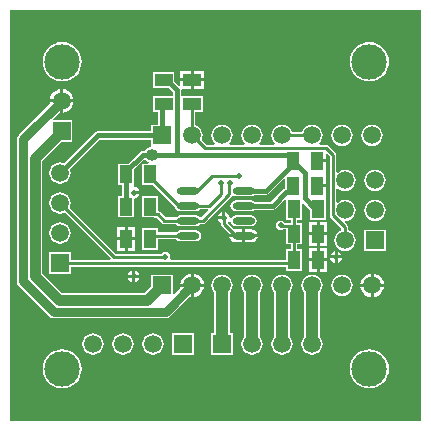
<source format=gbl>
G04*
G04 #@! TF.GenerationSoftware,Altium Limited,Altium Designer,19.1.8 (144)*
G04*
G04 Layer_Physical_Order=2*
G04 Layer_Color=8732672*
%FSLAX25Y25*%
%MOIN*%
G70*
G01*
G75*
%ADD15C,0.01000*%
%ADD21R,0.04000X0.06000*%
%ADD22R,0.06000X0.04000*%
%ADD36C,0.03000*%
%ADD37C,0.01500*%
%ADD39R,0.05906X0.05906*%
%ADD40C,0.05906*%
%ADD41R,0.05906X0.05906*%
%ADD42C,0.01968*%
%ADD43C,0.04000*%
%ADD44C,0.11811*%
%ADD45O,0.07480X0.02362*%
%ADD46C,0.03500*%
%ADD47C,0.04000*%
G36*
X137402Y394D02*
X394D01*
Y137402D01*
X137402D01*
Y394D01*
D02*
G37*
%LPC*%
G36*
X65000Y117000D02*
X61500D01*
Y114500D01*
X65000D01*
Y117000D01*
D02*
G37*
G36*
X60500D02*
X57000D01*
Y114500D01*
X60500D01*
Y117000D01*
D02*
G37*
G36*
X120079Y126616D02*
X118803Y126490D01*
X117577Y126118D01*
X116447Y125514D01*
X115456Y124701D01*
X114643Y123711D01*
X114039Y122580D01*
X113667Y121354D01*
X113542Y120079D01*
X113667Y118803D01*
X114039Y117577D01*
X114643Y116447D01*
X115456Y115456D01*
X116447Y114643D01*
X117577Y114039D01*
X118803Y113667D01*
X120079Y113542D01*
X121354Y113667D01*
X122580Y114039D01*
X123711Y114643D01*
X124701Y115456D01*
X125514Y116447D01*
X126118Y117577D01*
X126490Y118803D01*
X126616Y120079D01*
X126490Y121354D01*
X126118Y122580D01*
X125514Y123711D01*
X124701Y124701D01*
X123711Y125514D01*
X122580Y126118D01*
X121354Y126490D01*
X120079Y126616D01*
D02*
G37*
G36*
X17717D02*
X16441Y126490D01*
X15215Y126118D01*
X14085Y125514D01*
X13094Y124701D01*
X12281Y123711D01*
X11677Y122580D01*
X11305Y121354D01*
X11180Y120079D01*
X11305Y118803D01*
X11677Y117577D01*
X12281Y116447D01*
X13094Y115456D01*
X14085Y114643D01*
X15215Y114039D01*
X16441Y113667D01*
X17717Y113542D01*
X18992Y113667D01*
X20218Y114039D01*
X21348Y114643D01*
X22339Y115456D01*
X23152Y116447D01*
X23756Y117577D01*
X24128Y118803D01*
X24253Y120079D01*
X24128Y121354D01*
X23756Y122580D01*
X23152Y123711D01*
X22339Y124701D01*
X21348Y125514D01*
X20218Y126118D01*
X18992Y126490D01*
X17717Y126616D01*
D02*
G37*
G36*
X65000Y113500D02*
X61500D01*
Y111000D01*
X65000D01*
Y113500D01*
D02*
G37*
G36*
X18000Y110921D02*
Y107500D01*
X21421D01*
X21351Y108032D01*
X20953Y108993D01*
X20319Y109819D01*
X19493Y110453D01*
X18532Y110851D01*
X18000Y110921D01*
D02*
G37*
G36*
X17000D02*
X16468Y110851D01*
X15507Y110453D01*
X14681Y109819D01*
X14047Y108993D01*
X13649Y108032D01*
X13579Y107500D01*
X17000D01*
Y110921D01*
D02*
G37*
G36*
X21421Y106500D02*
X18000D01*
Y103079D01*
X18532Y103149D01*
X19493Y103547D01*
X20319Y104181D01*
X20953Y105007D01*
X21351Y105968D01*
X21421Y106500D01*
D02*
G37*
G36*
X17000D02*
X13579D01*
X13625Y106153D01*
X3136Y95664D01*
X2672Y94969D01*
X2509Y94150D01*
Y46905D01*
X2672Y46086D01*
X3136Y45391D01*
X13391Y35136D01*
X14086Y34672D01*
X14905Y34509D01*
X52150D01*
X52969Y34672D01*
X53664Y35136D01*
X60153Y41625D01*
X60500Y41579D01*
Y45000D01*
X57079D01*
X57125Y44653D01*
X55015Y42543D01*
X54553Y42734D01*
Y49053D01*
X47447D01*
Y45336D01*
X45008Y42896D01*
X17492D01*
X10896Y49492D01*
Y87007D01*
X17336Y93447D01*
X21053D01*
Y100553D01*
X14734D01*
X14543Y101015D01*
X16653Y103125D01*
X17000Y103079D01*
Y106500D01*
D02*
G37*
G36*
X121000Y99083D02*
X120073Y98961D01*
X119208Y98603D01*
X118466Y98034D01*
X117897Y97292D01*
X117539Y96427D01*
X117417Y95500D01*
X117539Y94573D01*
X117897Y93708D01*
X118466Y92966D01*
X119208Y92397D01*
X120073Y92039D01*
X121000Y91917D01*
X121927Y92039D01*
X122792Y92397D01*
X123534Y92966D01*
X124103Y93708D01*
X124461Y94573D01*
X124583Y95500D01*
X124461Y96427D01*
X124103Y97292D01*
X123534Y98034D01*
X122792Y98603D01*
X121927Y98961D01*
X121000Y99083D01*
D02*
G37*
G36*
X111000D02*
X110073Y98961D01*
X109208Y98603D01*
X108466Y98034D01*
X107897Y97292D01*
X107539Y96427D01*
X107417Y95500D01*
X107539Y94573D01*
X107897Y93708D01*
X108466Y92966D01*
X109208Y92397D01*
X110073Y92039D01*
X111000Y91917D01*
X111927Y92039D01*
X112792Y92397D01*
X113534Y92966D01*
X114103Y93708D01*
X114461Y94573D01*
X114583Y95500D01*
X114461Y96427D01*
X114103Y97292D01*
X113534Y98034D01*
X112792Y98603D01*
X111927Y98961D01*
X111000Y99083D01*
D02*
G37*
G36*
X122000Y84083D02*
X121073Y83961D01*
X120208Y83603D01*
X119466Y83034D01*
X118897Y82292D01*
X118539Y81427D01*
X118417Y80500D01*
X118539Y79573D01*
X118897Y78708D01*
X119466Y77966D01*
X120208Y77397D01*
X121073Y77039D01*
X122000Y76917D01*
X122927Y77039D01*
X123792Y77397D01*
X124534Y77966D01*
X125103Y78708D01*
X125461Y79573D01*
X125583Y80500D01*
X125461Y81427D01*
X125103Y82292D01*
X124534Y83034D01*
X123792Y83603D01*
X122927Y83961D01*
X122000Y84083D01*
D02*
G37*
G36*
X55100Y116600D02*
X47900D01*
Y111400D01*
X53153D01*
X54474Y110080D01*
Y108600D01*
X47900D01*
Y103400D01*
X49624D01*
Y99053D01*
X47447D01*
Y96876D01*
X29500D01*
X28973Y96772D01*
X28527Y96473D01*
X18343Y86289D01*
X17927Y86461D01*
X17000Y86583D01*
X16073Y86461D01*
X15208Y86103D01*
X14466Y85534D01*
X13897Y84792D01*
X13539Y83927D01*
X13417Y83000D01*
X13539Y82073D01*
X13897Y81208D01*
X14466Y80466D01*
X15208Y79897D01*
X16073Y79539D01*
X17000Y79417D01*
X17927Y79539D01*
X18792Y79897D01*
X19534Y80466D01*
X20103Y81208D01*
X20461Y82073D01*
X20583Y83000D01*
X20461Y83927D01*
X20289Y84343D01*
X30070Y94124D01*
X47447D01*
Y91947D01*
X47139Y91575D01*
X46821Y91533D01*
X46189Y91271D01*
X45646Y90854D01*
X45279Y90376D01*
X44500D01*
X43973Y90272D01*
X43527Y89973D01*
X43527Y89973D01*
X39653Y86100D01*
X36400D01*
Y78900D01*
X37624D01*
Y75350D01*
X36400D01*
Y68150D01*
X41600D01*
Y74413D01*
X42274Y74547D01*
X42931Y74985D01*
X43369Y75642D01*
X43424Y75916D01*
X41500D01*
Y76916D01*
X43424D01*
X43369Y77190D01*
X42931Y77846D01*
X42274Y78285D01*
X41782Y78383D01*
X41631Y78413D01*
X41600Y78900D01*
X41600D01*
X41600Y79227D01*
Y84153D01*
X44858Y87411D01*
X45468Y87377D01*
X45646Y87146D01*
X46189Y86729D01*
X46500Y86600D01*
X46400Y86100D01*
X44400D01*
Y78900D01*
X48014D01*
X55371Y71542D01*
X55371Y71542D01*
X55377Y71539D01*
X55409Y71380D01*
X55803Y70791D01*
X56392Y70397D01*
X57087Y70259D01*
X62205D01*
X62900Y70397D01*
X63489Y70791D01*
X63597Y70953D01*
X66167D01*
X66374Y70453D01*
X64118Y68196D01*
X63597D01*
X63489Y68359D01*
X62900Y68753D01*
X62205Y68891D01*
X57087D01*
X56392Y68753D01*
X55803Y68359D01*
X55694Y68196D01*
X52140D01*
X50293Y70043D01*
X49929Y70286D01*
X49600Y70352D01*
Y75350D01*
X44400D01*
Y68150D01*
X48392D01*
X48500Y68128D01*
X48500Y68128D01*
X49035D01*
X50882Y66282D01*
X50882Y66282D01*
X51246Y66039D01*
X51675Y65953D01*
X51675Y65953D01*
X55694D01*
X55803Y65791D01*
X56392Y65397D01*
X57087Y65259D01*
X62205D01*
X62900Y65397D01*
X63489Y65791D01*
X63597Y65953D01*
X64582D01*
X64582Y65953D01*
X65011Y66039D01*
X65375Y66282D01*
X74102Y75009D01*
X74102Y75009D01*
X74249Y75228D01*
X74830Y75441D01*
X74896Y75397D01*
X75591Y75259D01*
X80709D01*
X81404Y75397D01*
X81855Y75698D01*
X85575D01*
X86102Y75803D01*
X86548Y76101D01*
X91438Y80992D01*
X91900Y80800D01*
Y77807D01*
X91723Y77772D01*
X91277Y77473D01*
X87255Y73451D01*
X81855D01*
X81404Y73753D01*
X80709Y73891D01*
X75591D01*
X74896Y73753D01*
X74306Y73359D01*
X73913Y72770D01*
X73775Y72075D01*
X73913Y71380D01*
X74306Y70791D01*
X74896Y70397D01*
X75591Y70259D01*
X80709D01*
X81404Y70397D01*
X81855Y70698D01*
X87825D01*
X88352Y70803D01*
X88798Y71101D01*
X91900Y74203D01*
X92400Y73996D01*
Y67400D01*
X93878D01*
Y66725D01*
X93500Y66372D01*
X93500Y66372D01*
X92761D01*
X92435Y66436D01*
X92435Y66436D01*
X91780D01*
X91642Y66642D01*
X91118Y66992D01*
X90500Y67115D01*
X89882Y66992D01*
X89358Y66642D01*
X89008Y66118D01*
X88885Y65500D01*
X89008Y64882D01*
X89358Y64358D01*
X89882Y64008D01*
X90500Y63885D01*
X91118Y64008D01*
X91396Y64193D01*
X92175D01*
X92400Y64148D01*
Y59150D01*
X93878D01*
Y57600D01*
X92400D01*
Y54037D01*
X53818D01*
X53523Y54537D01*
X53615Y55000D01*
X53492Y55618D01*
X53142Y56142D01*
X52618Y56492D01*
X52000Y56615D01*
X51382Y56492D01*
X50858Y56142D01*
X50844Y56122D01*
X35465D01*
X20184Y71402D01*
X20461Y72073D01*
X20583Y73000D01*
X20461Y73927D01*
X20103Y74792D01*
X19534Y75534D01*
X18792Y76103D01*
X17927Y76461D01*
X17000Y76583D01*
X16073Y76461D01*
X15208Y76103D01*
X14466Y75534D01*
X13897Y74792D01*
X13539Y73927D01*
X13417Y73000D01*
X13539Y72073D01*
X13897Y71208D01*
X14466Y70466D01*
X15208Y69897D01*
X16073Y69539D01*
X17000Y69417D01*
X17927Y69539D01*
X18598Y69816D01*
X33877Y54537D01*
X33669Y54037D01*
X20553D01*
Y56553D01*
X13447D01*
Y49447D01*
X20553D01*
Y51794D01*
X92400D01*
Y50400D01*
X97600D01*
Y57600D01*
X96122D01*
Y59150D01*
X97600D01*
Y66350D01*
X96122D01*
Y67400D01*
X97600D01*
Y72800D01*
X98062Y72992D01*
X100400Y70653D01*
Y67400D01*
X105600D01*
Y74600D01*
X105600D01*
X105500Y74750D01*
Y78250D01*
X102500D01*
Y79250D01*
X105500D01*
Y82750D01*
X105500D01*
Y83000D01*
X105500D01*
Y86500D01*
X102500D01*
Y87500D01*
X105500D01*
Y89261D01*
X105962Y89452D01*
X106826Y88588D01*
Y68821D01*
X106826Y68821D01*
X106911Y68392D01*
X107154Y68028D01*
X110694Y64488D01*
Y63805D01*
X110208Y63603D01*
X109466Y63034D01*
X108897Y62292D01*
X108539Y61427D01*
X108417Y60500D01*
X108539Y59573D01*
X108897Y58708D01*
X109466Y57966D01*
X110208Y57397D01*
X111073Y57039D01*
X112000Y56917D01*
X112927Y57039D01*
X113792Y57397D01*
X114534Y57966D01*
X115103Y58708D01*
X115461Y59573D01*
X115583Y60500D01*
X115461Y61427D01*
X115103Y62292D01*
X114534Y63034D01*
X113792Y63603D01*
X112937Y63957D01*
Y64953D01*
X112852Y65382D01*
X112609Y65746D01*
X112609Y65746D01*
X111886Y66469D01*
X112128Y66934D01*
X112927Y67039D01*
X113792Y67397D01*
X114534Y67966D01*
X115103Y68708D01*
X115461Y69573D01*
X115583Y70500D01*
X115461Y71427D01*
X115103Y72292D01*
X114534Y73034D01*
X113792Y73603D01*
X112927Y73961D01*
X112000Y74083D01*
X111073Y73961D01*
X110208Y73603D01*
X109569Y73113D01*
X109069Y73269D01*
Y77731D01*
X109569Y77887D01*
X110208Y77397D01*
X111073Y77039D01*
X112000Y76917D01*
X112927Y77039D01*
X113792Y77397D01*
X114534Y77966D01*
X115103Y78708D01*
X115461Y79573D01*
X115583Y80500D01*
X115461Y81427D01*
X115103Y82292D01*
X114534Y83034D01*
X113792Y83603D01*
X112927Y83961D01*
X112000Y84083D01*
X111073Y83961D01*
X110208Y83603D01*
X109569Y83113D01*
X109069Y83270D01*
Y89053D01*
X108983Y89482D01*
X108740Y89846D01*
X108740Y89846D01*
X106543Y92043D01*
X106179Y92286D01*
X105750Y92372D01*
X105750Y92371D01*
X103580D01*
X103411Y92871D01*
X103534Y92966D01*
X104103Y93708D01*
X104461Y94573D01*
X104583Y95500D01*
X104461Y96427D01*
X104103Y97292D01*
X103534Y98034D01*
X102792Y98603D01*
X101927Y98961D01*
X101000Y99083D01*
X100073Y98961D01*
X99208Y98603D01*
X98466Y98034D01*
X97897Y97292D01*
X97619Y96622D01*
X94381D01*
X94103Y97292D01*
X93534Y98034D01*
X92792Y98603D01*
X91927Y98961D01*
X91000Y99083D01*
X90073Y98961D01*
X89208Y98603D01*
X88466Y98034D01*
X87897Y97292D01*
X87539Y96427D01*
X87417Y95500D01*
X87539Y94573D01*
X87897Y93708D01*
X88466Y92966D01*
X88589Y92871D01*
X88420Y92371D01*
X83580D01*
X83411Y92871D01*
X83534Y92966D01*
X84103Y93708D01*
X84461Y94573D01*
X84583Y95500D01*
X84461Y96427D01*
X84103Y97292D01*
X83534Y98034D01*
X82792Y98603D01*
X81927Y98961D01*
X81000Y99083D01*
X80073Y98961D01*
X79208Y98603D01*
X78466Y98034D01*
X77897Y97292D01*
X77539Y96427D01*
X77417Y95500D01*
X77539Y94573D01*
X77897Y93708D01*
X78466Y92966D01*
X78589Y92871D01*
X78420Y92371D01*
X73580D01*
X73411Y92871D01*
X73534Y92966D01*
X74103Y93708D01*
X74461Y94573D01*
X74583Y95500D01*
X74461Y96427D01*
X74103Y97292D01*
X73534Y98034D01*
X72792Y98603D01*
X71927Y98961D01*
X71000Y99083D01*
X70073Y98961D01*
X69208Y98603D01*
X68466Y98034D01*
X67897Y97292D01*
X67539Y96427D01*
X67417Y95500D01*
X67539Y94573D01*
X67897Y93708D01*
X68466Y92966D01*
X68589Y92871D01*
X68420Y92371D01*
X65715D01*
X64184Y93902D01*
X64461Y94573D01*
X64583Y95500D01*
X64461Y96427D01*
X64103Y97292D01*
X63534Y98034D01*
X62792Y98603D01*
X62122Y98881D01*
Y103400D01*
X64600D01*
Y108600D01*
X57400D01*
X57226Y109028D01*
Y110650D01*
X57227Y110650D01*
X57514Y111000D01*
X60500D01*
Y113500D01*
X57000D01*
Y112154D01*
X56500Y111947D01*
X55100Y113347D01*
Y116600D01*
D02*
G37*
G36*
X71000Y69924D02*
X70726Y69869D01*
X70069Y69431D01*
X69631Y68774D01*
X69576Y68500D01*
X71000D01*
Y69924D01*
D02*
G37*
G36*
X122000Y74083D02*
X121073Y73961D01*
X120208Y73603D01*
X119466Y73034D01*
X118897Y72292D01*
X118539Y71427D01*
X118417Y70500D01*
X118539Y69573D01*
X118897Y68708D01*
X119466Y67966D01*
X120208Y67397D01*
X121073Y67039D01*
X122000Y66917D01*
X122927Y67039D01*
X123792Y67397D01*
X124534Y67966D01*
X125103Y68708D01*
X125461Y69573D01*
X125583Y70500D01*
X125461Y71427D01*
X125103Y72292D01*
X124534Y73034D01*
X123792Y73603D01*
X122927Y73961D01*
X122000Y74083D01*
D02*
G37*
G36*
X72000Y69924D02*
Y68000D01*
X71500D01*
Y67500D01*
X69576D01*
X69631Y67226D01*
X70069Y66569D01*
X70468Y66303D01*
Y66076D01*
X70468Y66076D01*
X70553Y65647D01*
X70797Y65283D01*
X73473Y62607D01*
X73466Y62575D01*
X77650D01*
Y64299D01*
X75591D01*
X75059Y64193D01*
X72908Y66343D01*
X72931Y66569D01*
X73295Y67116D01*
X73458Y67102D01*
X73792Y66986D01*
X73913Y66380D01*
X74306Y65791D01*
X74896Y65397D01*
X75591Y65259D01*
X80709D01*
X81404Y65397D01*
X81993Y65791D01*
X82386Y66380D01*
X82525Y67075D01*
X82386Y67770D01*
X81993Y68359D01*
X81404Y68753D01*
X80709Y68891D01*
X75591D01*
X74896Y68753D01*
X74306Y68359D01*
X74011Y67916D01*
X73713Y67967D01*
X73510Y68067D01*
X73369Y68774D01*
X72931Y69431D01*
X72274Y69869D01*
X72000Y69924D01*
D02*
G37*
G36*
X106000Y66750D02*
X103500D01*
Y63250D01*
X106000D01*
Y66750D01*
D02*
G37*
G36*
X102500D02*
X100000D01*
Y63250D01*
X102500D01*
Y66750D01*
D02*
G37*
G36*
X80709Y64299D02*
X78650D01*
Y62575D01*
X82833D01*
X82763Y62926D01*
X82281Y63647D01*
X81560Y64129D01*
X80709Y64299D01*
D02*
G37*
G36*
X42000Y65000D02*
X39500D01*
Y61500D01*
X42000D01*
Y65000D01*
D02*
G37*
G36*
X38500D02*
X36000D01*
Y61500D01*
X38500D01*
Y65000D01*
D02*
G37*
G36*
X49600Y64600D02*
X44400D01*
Y57400D01*
X49600D01*
Y60953D01*
X55694D01*
X55803Y60791D01*
X56392Y60397D01*
X57087Y60259D01*
X62205D01*
X62900Y60397D01*
X63489Y60791D01*
X63882Y61380D01*
X64021Y62075D01*
X63882Y62770D01*
X63489Y63359D01*
X62900Y63753D01*
X62205Y63891D01*
X57087D01*
X56392Y63753D01*
X55803Y63359D01*
X55694Y63196D01*
X49600D01*
Y64600D01*
D02*
G37*
G36*
X82833Y61575D02*
X78650D01*
Y59851D01*
X80709D01*
X81560Y60020D01*
X82281Y60502D01*
X82763Y61224D01*
X82833Y61575D01*
D02*
G37*
G36*
X77650D02*
X73466D01*
X73536Y61224D01*
X74018Y60502D01*
X74740Y60020D01*
X75591Y59851D01*
X77650D01*
Y61575D01*
D02*
G37*
G36*
X17000Y66583D02*
X16073Y66461D01*
X15208Y66103D01*
X14466Y65534D01*
X13897Y64792D01*
X13539Y63927D01*
X13417Y63000D01*
X13539Y62073D01*
X13897Y61208D01*
X14466Y60466D01*
X15208Y59897D01*
X16073Y59539D01*
X17000Y59417D01*
X17927Y59539D01*
X18792Y59897D01*
X19534Y60466D01*
X20103Y61208D01*
X20461Y62073D01*
X20583Y63000D01*
X20461Y63927D01*
X20103Y64792D01*
X19534Y65534D01*
X18792Y66103D01*
X17927Y66461D01*
X17000Y66583D01*
D02*
G37*
G36*
X106000Y62250D02*
X103500D01*
Y58750D01*
X106000D01*
Y62250D01*
D02*
G37*
G36*
X102500D02*
X100000D01*
Y58750D01*
X102500D01*
Y62250D01*
D02*
G37*
G36*
X42000Y60500D02*
X39500D01*
Y57000D01*
X42000D01*
Y60500D01*
D02*
G37*
G36*
X38500D02*
X36000D01*
Y57000D01*
X38500D01*
Y60500D01*
D02*
G37*
G36*
X125553Y64053D02*
X118447D01*
Y56947D01*
X125553D01*
Y64053D01*
D02*
G37*
G36*
X109500Y56924D02*
Y55500D01*
X110924D01*
X110869Y55774D01*
X110431Y56431D01*
X109774Y56869D01*
X109500Y56924D01*
D02*
G37*
G36*
X108500D02*
X108226Y56869D01*
X107569Y56431D01*
X107131Y55774D01*
X107076Y55500D01*
X108500D01*
Y56924D01*
D02*
G37*
G36*
X106000Y58000D02*
X103500D01*
Y54500D01*
X106000D01*
Y58000D01*
D02*
G37*
G36*
X102500D02*
X100000D01*
Y54500D01*
X102500D01*
Y58000D01*
D02*
G37*
G36*
X110924Y54500D02*
X109500D01*
Y53076D01*
X109774Y53131D01*
X110431Y53569D01*
X110869Y54226D01*
X110924Y54500D01*
D02*
G37*
G36*
X108500D02*
X107076D01*
X107131Y54226D01*
X107569Y53569D01*
X108226Y53131D01*
X108500Y53076D01*
Y54500D01*
D02*
G37*
G36*
X106000Y53500D02*
X103500D01*
Y50000D01*
X106000D01*
Y53500D01*
D02*
G37*
G36*
X102500D02*
X100000D01*
Y50000D01*
X102500D01*
Y53500D01*
D02*
G37*
G36*
X42000Y50424D02*
Y49000D01*
X43424D01*
X43369Y49274D01*
X42931Y49931D01*
X42274Y50369D01*
X42000Y50424D01*
D02*
G37*
G36*
X41000D02*
X40726Y50369D01*
X40069Y49931D01*
X39631Y49274D01*
X39576Y49000D01*
X41000D01*
Y50424D01*
D02*
G37*
G36*
X43424Y48000D02*
X42000D01*
Y46576D01*
X42274Y46631D01*
X42931Y47069D01*
X43369Y47726D01*
X43424Y48000D01*
D02*
G37*
G36*
X41000D02*
X39576D01*
X39631Y47726D01*
X40069Y47069D01*
X40726Y46631D01*
X41000Y46576D01*
Y48000D01*
D02*
G37*
G36*
X121500Y49421D02*
Y46000D01*
X124921D01*
X124851Y46532D01*
X124453Y47493D01*
X123819Y48319D01*
X122993Y48953D01*
X122032Y49351D01*
X121500Y49421D01*
D02*
G37*
G36*
X120500D02*
X119968Y49351D01*
X119007Y48953D01*
X118181Y48319D01*
X117547Y47493D01*
X117149Y46532D01*
X117079Y46000D01*
X120500D01*
Y49421D01*
D02*
G37*
G36*
X61500D02*
Y46000D01*
X64921D01*
X64851Y46532D01*
X64453Y47493D01*
X63819Y48319D01*
X62993Y48953D01*
X62032Y49351D01*
X61500Y49421D01*
D02*
G37*
G36*
X60500D02*
X59968Y49351D01*
X59007Y48953D01*
X58181Y48319D01*
X57547Y47493D01*
X57149Y46532D01*
X57079Y46000D01*
X60500D01*
Y49421D01*
D02*
G37*
G36*
X111000Y49083D02*
X110073Y48961D01*
X109208Y48603D01*
X108466Y48034D01*
X107897Y47292D01*
X107539Y46427D01*
X107417Y45500D01*
X107539Y44573D01*
X107897Y43708D01*
X108466Y42966D01*
X109208Y42397D01*
X110073Y42039D01*
X111000Y41917D01*
X111927Y42039D01*
X112792Y42397D01*
X113534Y42966D01*
X114103Y43708D01*
X114461Y44573D01*
X114583Y45500D01*
X114461Y46427D01*
X114103Y47292D01*
X113534Y48034D01*
X112792Y48603D01*
X111927Y48961D01*
X111000Y49083D01*
D02*
G37*
G36*
X124921Y45000D02*
X121500D01*
Y41579D01*
X122032Y41649D01*
X122993Y42047D01*
X123819Y42681D01*
X124453Y43507D01*
X124851Y44468D01*
X124921Y45000D01*
D02*
G37*
G36*
X120500D02*
X117079D01*
X117149Y44468D01*
X117547Y43507D01*
X118181Y42681D01*
X119007Y42047D01*
X119968Y41649D01*
X120500Y41579D01*
Y45000D01*
D02*
G37*
G36*
X64921D02*
X61500D01*
Y41579D01*
X62032Y41649D01*
X62993Y42047D01*
X63819Y42681D01*
X64453Y43507D01*
X64851Y44468D01*
X64921Y45000D01*
D02*
G37*
G36*
X71000Y49083D02*
X70073Y48961D01*
X69208Y48603D01*
X68466Y48034D01*
X67897Y47292D01*
X67539Y46427D01*
X67417Y45500D01*
X67539Y44573D01*
X67897Y43708D01*
X68378Y43082D01*
Y29553D01*
X67447D01*
Y22447D01*
X74553D01*
Y29553D01*
X73622D01*
Y43082D01*
X74103Y43708D01*
X74461Y44573D01*
X74583Y45500D01*
X74461Y46427D01*
X74103Y47292D01*
X73534Y48034D01*
X72792Y48603D01*
X71927Y48961D01*
X71000Y49083D01*
D02*
G37*
G36*
X61553Y29553D02*
X54447D01*
Y22447D01*
X61553D01*
Y29553D01*
D02*
G37*
G36*
X101000Y49083D02*
X100073Y48961D01*
X99208Y48603D01*
X98466Y48034D01*
X97897Y47292D01*
X97539Y46427D01*
X97417Y45500D01*
X97539Y44573D01*
X97897Y43708D01*
X98378Y43082D01*
Y28418D01*
X97897Y27792D01*
X97539Y26927D01*
X97417Y26000D01*
X97539Y25073D01*
X97897Y24208D01*
X98466Y23466D01*
X99208Y22897D01*
X100073Y22539D01*
X101000Y22417D01*
X101927Y22539D01*
X102792Y22897D01*
X103534Y23466D01*
X104103Y24208D01*
X104461Y25073D01*
X104583Y26000D01*
X104461Y26927D01*
X104103Y27792D01*
X103622Y28418D01*
Y43082D01*
X104103Y43708D01*
X104461Y44573D01*
X104583Y45500D01*
X104461Y46427D01*
X104103Y47292D01*
X103534Y48034D01*
X102792Y48603D01*
X101927Y48961D01*
X101000Y49083D01*
D02*
G37*
G36*
X91000D02*
X90073Y48961D01*
X89208Y48603D01*
X88466Y48034D01*
X87897Y47292D01*
X87539Y46427D01*
X87417Y45500D01*
X87539Y44573D01*
X87897Y43708D01*
X88378Y43082D01*
Y28418D01*
X87897Y27792D01*
X87539Y26927D01*
X87417Y26000D01*
X87539Y25073D01*
X87897Y24208D01*
X88466Y23466D01*
X89208Y22897D01*
X90073Y22539D01*
X91000Y22417D01*
X91927Y22539D01*
X92792Y22897D01*
X93534Y23466D01*
X94103Y24208D01*
X94461Y25073D01*
X94583Y26000D01*
X94461Y26927D01*
X94103Y27792D01*
X93622Y28418D01*
Y43082D01*
X94103Y43708D01*
X94461Y44573D01*
X94583Y45500D01*
X94461Y46427D01*
X94103Y47292D01*
X93534Y48034D01*
X92792Y48603D01*
X91927Y48961D01*
X91000Y49083D01*
D02*
G37*
G36*
X81000D02*
X80073Y48961D01*
X79208Y48603D01*
X78466Y48034D01*
X77897Y47292D01*
X77539Y46427D01*
X77417Y45500D01*
X77539Y44573D01*
X77897Y43708D01*
X78378Y43082D01*
Y28418D01*
X77897Y27792D01*
X77539Y26927D01*
X77417Y26000D01*
X77539Y25073D01*
X77897Y24208D01*
X78466Y23466D01*
X79208Y22897D01*
X80073Y22539D01*
X81000Y22417D01*
X81927Y22539D01*
X82792Y22897D01*
X83534Y23466D01*
X84103Y24208D01*
X84461Y25073D01*
X84583Y26000D01*
X84461Y26927D01*
X84103Y27792D01*
X83622Y28418D01*
Y43082D01*
X84103Y43708D01*
X84461Y44573D01*
X84583Y45500D01*
X84461Y46427D01*
X84103Y47292D01*
X83534Y48034D01*
X82792Y48603D01*
X81927Y48961D01*
X81000Y49083D01*
D02*
G37*
G36*
X48000Y29583D02*
X47073Y29461D01*
X46208Y29103D01*
X45466Y28534D01*
X44897Y27792D01*
X44539Y26927D01*
X44417Y26000D01*
X44539Y25073D01*
X44897Y24208D01*
X45466Y23466D01*
X46208Y22897D01*
X47073Y22539D01*
X48000Y22417D01*
X48927Y22539D01*
X49792Y22897D01*
X50534Y23466D01*
X51103Y24208D01*
X51461Y25073D01*
X51583Y26000D01*
X51461Y26927D01*
X51103Y27792D01*
X50534Y28534D01*
X49792Y29103D01*
X48927Y29461D01*
X48000Y29583D01*
D02*
G37*
G36*
X38000D02*
X37073Y29461D01*
X36208Y29103D01*
X35466Y28534D01*
X34897Y27792D01*
X34539Y26927D01*
X34417Y26000D01*
X34539Y25073D01*
X34897Y24208D01*
X35466Y23466D01*
X36208Y22897D01*
X37073Y22539D01*
X38000Y22417D01*
X38927Y22539D01*
X39792Y22897D01*
X40534Y23466D01*
X41103Y24208D01*
X41461Y25073D01*
X41583Y26000D01*
X41461Y26927D01*
X41103Y27792D01*
X40534Y28534D01*
X39792Y29103D01*
X38927Y29461D01*
X38000Y29583D01*
D02*
G37*
G36*
X28000D02*
X27073Y29461D01*
X26208Y29103D01*
X25466Y28534D01*
X24897Y27792D01*
X24539Y26927D01*
X24417Y26000D01*
X24539Y25073D01*
X24897Y24208D01*
X25466Y23466D01*
X26208Y22897D01*
X27073Y22539D01*
X28000Y22417D01*
X28927Y22539D01*
X29792Y22897D01*
X30534Y23466D01*
X31103Y24208D01*
X31461Y25073D01*
X31583Y26000D01*
X31461Y26927D01*
X31103Y27792D01*
X30534Y28534D01*
X29792Y29103D01*
X28927Y29461D01*
X28000Y29583D01*
D02*
G37*
G36*
X120079Y24253D02*
X118803Y24128D01*
X117577Y23756D01*
X116447Y23152D01*
X115456Y22339D01*
X114643Y21348D01*
X114039Y20218D01*
X113667Y18992D01*
X113542Y17717D01*
X113667Y16441D01*
X114039Y15215D01*
X114643Y14085D01*
X115456Y13094D01*
X116447Y12281D01*
X117577Y11677D01*
X118803Y11305D01*
X120079Y11180D01*
X121354Y11305D01*
X122580Y11677D01*
X123711Y12281D01*
X124701Y13094D01*
X125514Y14085D01*
X126118Y15215D01*
X126490Y16441D01*
X126616Y17717D01*
X126490Y18992D01*
X126118Y20218D01*
X125514Y21348D01*
X124701Y22339D01*
X123711Y23152D01*
X122580Y23756D01*
X121354Y24128D01*
X120079Y24253D01*
D02*
G37*
G36*
X17717D02*
X16441Y24128D01*
X15215Y23756D01*
X14085Y23152D01*
X13094Y22339D01*
X12281Y21348D01*
X11677Y20218D01*
X11305Y18992D01*
X11180Y17717D01*
X11305Y16441D01*
X11677Y15215D01*
X12281Y14085D01*
X13094Y13094D01*
X14085Y12281D01*
X15215Y11677D01*
X16441Y11305D01*
X17717Y11180D01*
X18992Y11305D01*
X20218Y11677D01*
X21348Y12281D01*
X22339Y13094D01*
X23152Y14085D01*
X23756Y15215D01*
X24128Y16441D01*
X24253Y17717D01*
X24128Y18992D01*
X23756Y20218D01*
X23152Y21348D01*
X22339Y22339D01*
X21348Y23152D01*
X20218Y23756D01*
X18992Y24128D01*
X17717Y24253D01*
D02*
G37*
%LPD*%
D15*
X71500Y68000D02*
X71590Y67910D01*
Y66076D02*
Y67910D01*
Y66076D02*
X75591Y62075D01*
X78150D01*
X70500Y76000D02*
Y79500D01*
X66575Y72075D02*
X70500Y76000D01*
X59646Y72075D02*
X66575D01*
X73309Y75802D02*
Y79309D01*
X64582Y67075D02*
X73309Y75802D01*
X59646Y67075D02*
X64582D01*
X73309Y79309D02*
X73500Y79500D01*
X67498Y82000D02*
X76500D01*
X62573Y77075D02*
X67498Y82000D01*
X51675Y67075D02*
X59646D01*
Y77075D02*
X62573D01*
X107947Y68821D02*
Y89053D01*
Y68821D02*
X111816Y64953D01*
Y60684D02*
Y64953D01*
Y60684D02*
X112000Y60500D01*
X105750Y91250D02*
X107947Y89053D01*
X65250Y91250D02*
X105750D01*
X17000Y73000D02*
X35000Y55000D01*
X52000D01*
X93916Y52916D02*
X95000Y54000D01*
X17084Y52916D02*
X93916D01*
X17000Y53000D02*
X17084Y52916D01*
X61000Y95500D02*
Y106000D01*
Y95500D02*
X65250Y91250D01*
X95000Y63750D02*
Y71000D01*
X90500Y65500D02*
X90685Y65315D01*
X92435D01*
X92500Y65250D01*
X93500D01*
X95000Y63750D01*
Y62750D02*
Y63750D01*
X91000Y95500D02*
X101000D01*
X95000Y54000D02*
Y62750D01*
X48075Y62075D02*
X59646D01*
X49500Y69250D02*
X51675Y67075D01*
X48500Y69250D02*
X49500D01*
X47000Y70750D02*
X48500Y69250D01*
X47000Y70750D02*
Y71750D01*
X59385Y72335D02*
X59646Y72075D01*
X56165Y72335D02*
X59385D01*
X47000Y81500D02*
X56165Y72335D01*
X47000Y81500D02*
Y82500D01*
D21*
X103000Y54000D02*
D03*
X95000D02*
D03*
Y71000D02*
D03*
X103000D02*
D03*
Y62750D02*
D03*
X95000D02*
D03*
X47000Y61000D02*
D03*
X39000D02*
D03*
X94500Y78750D02*
D03*
X102500D02*
D03*
X39000Y71750D02*
D03*
X47000D02*
D03*
X39000Y82500D02*
D03*
X47000D02*
D03*
X94500Y87000D02*
D03*
X102500D02*
D03*
D22*
X61000Y114000D02*
D03*
Y106000D02*
D03*
X51500Y114000D02*
D03*
Y106000D02*
D03*
D36*
X14905Y36650D02*
X52150D01*
X4650Y46905D02*
Y94150D01*
Y46905D02*
X14905Y36650D01*
X52150D02*
X61000Y45500D01*
X4650Y94150D02*
X17500Y107000D01*
D37*
X17000Y83000D02*
X29500Y95500D01*
X51000D01*
X98500Y74500D02*
Y83000D01*
X94500Y87000D02*
X98500Y83000D01*
X92500Y89000D02*
X94500Y87000D01*
X55583Y89000D02*
X92500D01*
X78150Y77075D02*
X85575D01*
X47500Y89000D02*
X55583D01*
X55850Y89267D01*
Y110650D01*
X52500Y114000D02*
X55850Y110650D01*
X51500Y114000D02*
X52500D01*
X51000Y105500D02*
X51500Y106000D01*
X51000Y95500D02*
Y105500D01*
X44500Y89000D02*
X47500D01*
X39000Y83500D02*
X44500Y89000D01*
X102000Y71000D02*
X103000D01*
X98500Y74500D02*
X102000Y71000D01*
X85575Y77075D02*
X94500Y86000D01*
X78150Y72075D02*
X87825D01*
X92250Y76500D01*
X93250D01*
X94500Y77750D01*
Y78750D01*
X39000Y71750D02*
Y82500D01*
Y83500D01*
X47000Y61000D02*
X48075Y62075D01*
D39*
X17500Y97000D02*
D03*
X17000Y53000D02*
D03*
X122000Y60500D02*
D03*
D40*
X17500Y107000D02*
D03*
X17000Y83000D02*
D03*
Y73000D02*
D03*
Y63000D02*
D03*
X28000Y26000D02*
D03*
X38000D02*
D03*
X48000D02*
D03*
X112000Y80500D02*
D03*
X122000D02*
D03*
X112000Y70500D02*
D03*
X122000D02*
D03*
X112000Y60500D02*
D03*
X61000Y45500D02*
D03*
X71000D02*
D03*
X81000D02*
D03*
X91000D02*
D03*
X101000D02*
D03*
X111000D02*
D03*
X121000D02*
D03*
X61000Y95500D02*
D03*
X71000D02*
D03*
X81000D02*
D03*
X91000D02*
D03*
X101000D02*
D03*
X111000D02*
D03*
X121000D02*
D03*
X101000Y26000D02*
D03*
X91000D02*
D03*
X81000D02*
D03*
D41*
X58000D02*
D03*
X51000Y45500D02*
D03*
Y95500D02*
D03*
X71000Y26000D02*
D03*
D42*
X109000Y55000D02*
D03*
X71500Y68000D02*
D03*
X41500Y48500D02*
D03*
Y76416D02*
D03*
X70500Y79500D02*
D03*
X73500D02*
D03*
X76500Y82000D02*
D03*
X52000Y55000D02*
D03*
X90500Y65500D02*
D03*
D43*
X47500Y89000D02*
D03*
D44*
X120079Y120079D02*
D03*
Y17717D02*
D03*
X17717D02*
D03*
Y120079D02*
D03*
D45*
X59646Y62075D02*
D03*
Y67075D02*
D03*
Y72075D02*
D03*
Y77075D02*
D03*
X78150Y62075D02*
D03*
Y67075D02*
D03*
Y72075D02*
D03*
Y77075D02*
D03*
D46*
X46000Y40500D02*
X51000Y45500D01*
X16500Y40500D02*
X46000D01*
X8500Y48500D02*
X16500Y40500D01*
X8500Y48500D02*
Y88000D01*
X17500Y97000D01*
D47*
X71000Y26000D02*
Y45500D01*
X81000Y26000D02*
Y45500D01*
X91000Y26000D02*
Y45500D01*
X101000Y26000D02*
Y45500D01*
M02*

</source>
